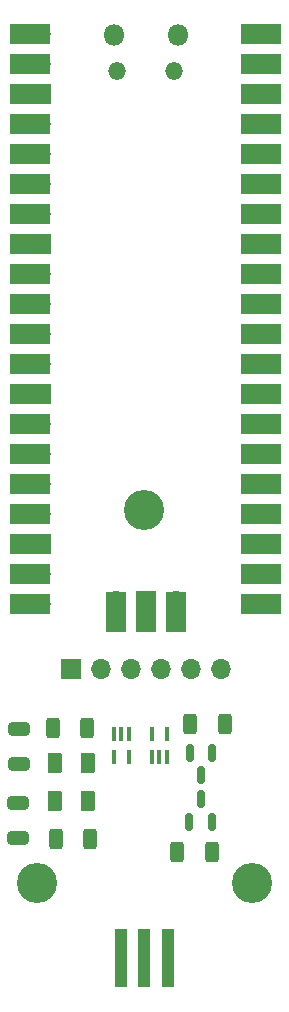
<source format=gbr>
%TF.GenerationSoftware,KiCad,Pcbnew,8.0.6-8.0.6-0~ubuntu22.04.1*%
%TF.CreationDate,2024-11-07T23:47:04-08:00*%
%TF.ProjectId,gbvideo_breakout,67627669-6465-46f5-9f62-7265616b6f75,rev?*%
%TF.SameCoordinates,Original*%
%TF.FileFunction,Soldermask,Top*%
%TF.FilePolarity,Negative*%
%FSLAX46Y46*%
G04 Gerber Fmt 4.6, Leading zero omitted, Abs format (unit mm)*
G04 Created by KiCad (PCBNEW 8.0.6-8.0.6-0~ubuntu22.04.1) date 2024-11-07 23:47:04*
%MOMM*%
%LPD*%
G01*
G04 APERTURE LIST*
G04 Aperture macros list*
%AMRoundRect*
0 Rectangle with rounded corners*
0 $1 Rounding radius*
0 $2 $3 $4 $5 $6 $7 $8 $9 X,Y pos of 4 corners*
0 Add a 4 corners polygon primitive as box body*
4,1,4,$2,$3,$4,$5,$6,$7,$8,$9,$2,$3,0*
0 Add four circle primitives for the rounded corners*
1,1,$1+$1,$2,$3*
1,1,$1+$1,$4,$5*
1,1,$1+$1,$6,$7*
1,1,$1+$1,$8,$9*
0 Add four rect primitives between the rounded corners*
20,1,$1+$1,$2,$3,$4,$5,0*
20,1,$1+$1,$4,$5,$6,$7,0*
20,1,$1+$1,$6,$7,$8,$9,0*
20,1,$1+$1,$8,$9,$2,$3,0*%
G04 Aperture macros list end*
%ADD10C,3.400000*%
%ADD11R,1.700000X3.500000*%
%ADD12O,1.700000X1.700000*%
%ADD13R,1.700000X1.700000*%
%ADD14R,3.500000X1.700000*%
%ADD15O,1.500000X1.500000*%
%ADD16O,1.800000X1.800000*%
%ADD17R,0.400000X1.200000*%
%ADD18RoundRect,0.150000X-0.150000X0.587500X-0.150000X-0.587500X0.150000X-0.587500X0.150000X0.587500X0*%
%ADD19RoundRect,0.250000X0.375000X0.625000X-0.375000X0.625000X-0.375000X-0.625000X0.375000X-0.625000X0*%
%ADD20RoundRect,0.250000X0.312500X0.625000X-0.312500X0.625000X-0.312500X-0.625000X0.312500X-0.625000X0*%
%ADD21RoundRect,0.250000X-0.650000X0.325000X-0.650000X-0.325000X0.650000X-0.325000X0.650000X0.325000X0*%
%ADD22RoundRect,0.250000X0.650000X-0.325000X0.650000X0.325000X-0.650000X0.325000X-0.650000X-0.325000X0*%
%ADD23RoundRect,0.250000X-0.312500X-0.625000X0.312500X-0.625000X0.312500X0.625000X-0.312500X0.625000X0*%
%ADD24R,1.000000X5.000000*%
%ADD25RoundRect,0.150000X0.150000X-0.587500X0.150000X0.587500X-0.150000X0.587500X-0.150000X-0.587500X0*%
G04 APERTURE END LIST*
D10*
%TO.C,*%
X145344000Y-87757000D03*
%TD*%
%TO.C,*%
X154450000Y-119350000D03*
%TD*%
%TO.C,REF\u002A\u002A*%
X136250000Y-119370000D03*
%TD*%
D11*
%TO.C,U3*%
X148005481Y-96351800D03*
D12*
X148005481Y-95451800D03*
D11*
X145465481Y-96351800D03*
D13*
X145465481Y-95451800D03*
D12*
X142925481Y-95451800D03*
D11*
X142925481Y-96351800D03*
D14*
X155255481Y-47421800D03*
D12*
X154355481Y-47421800D03*
X154355481Y-49961800D03*
D14*
X155255481Y-49961800D03*
D13*
X154355481Y-52501800D03*
D14*
X155255481Y-52501800D03*
D12*
X154355481Y-55041800D03*
D14*
X155255481Y-55041800D03*
X155255481Y-57581800D03*
D12*
X154355481Y-57581800D03*
X154355481Y-60121800D03*
D14*
X155255481Y-60121800D03*
D12*
X154355481Y-62661800D03*
D14*
X155255481Y-62661800D03*
D13*
X154355481Y-65201800D03*
D14*
X155255481Y-65201800D03*
X155255481Y-67741800D03*
D12*
X154355481Y-67741800D03*
D14*
X155255481Y-70281800D03*
D12*
X154355481Y-70281800D03*
X154355481Y-72821800D03*
D14*
X155255481Y-72821800D03*
X155255481Y-75361800D03*
D12*
X154355481Y-75361800D03*
D14*
X155255481Y-77901800D03*
D13*
X154355481Y-77901800D03*
D14*
X155255481Y-80441800D03*
D12*
X154355481Y-80441800D03*
X154355481Y-82981800D03*
D14*
X155255481Y-82981800D03*
D12*
X154355481Y-85521800D03*
D14*
X155255481Y-85521800D03*
X155255481Y-88061800D03*
D12*
X154355481Y-88061800D03*
D13*
X154355481Y-90601800D03*
D14*
X155255481Y-90601800D03*
D12*
X154355481Y-93141800D03*
D14*
X155255481Y-93141800D03*
D12*
X154355481Y-95681800D03*
D14*
X155255481Y-95681800D03*
D12*
X136575481Y-95681800D03*
D14*
X135675481Y-95681800D03*
X135675481Y-93141800D03*
D12*
X136575481Y-93141800D03*
D13*
X136575481Y-90601800D03*
D14*
X135675481Y-90601800D03*
D12*
X136575481Y-88061800D03*
D14*
X135675481Y-88061800D03*
D12*
X136575481Y-85521800D03*
D14*
X135675481Y-85521800D03*
X135675481Y-82981800D03*
D12*
X136575481Y-82981800D03*
X136575481Y-80441800D03*
D14*
X135675481Y-80441800D03*
X135675481Y-77901800D03*
D13*
X136575481Y-77901800D03*
D14*
X135675481Y-75361800D03*
D12*
X136575481Y-75361800D03*
X136575481Y-72821800D03*
D14*
X135675481Y-72821800D03*
X135675481Y-70281800D03*
D12*
X136575481Y-70281800D03*
X136575481Y-67741800D03*
D14*
X135675481Y-67741800D03*
X135675481Y-65201800D03*
D13*
X136575481Y-65201800D03*
D12*
X136575481Y-62661800D03*
D14*
X135675481Y-62661800D03*
X135675481Y-60121800D03*
D12*
X136575481Y-60121800D03*
D14*
X135675481Y-57581800D03*
D12*
X136575481Y-57581800D03*
D14*
X135675481Y-55041800D03*
D12*
X136575481Y-55041800D03*
D13*
X136575481Y-52501800D03*
D14*
X135675481Y-52501800D03*
X135675481Y-49961800D03*
D12*
X136575481Y-49961800D03*
D14*
X135675481Y-47421800D03*
D12*
X136575481Y-47421800D03*
D15*
X147890481Y-50581800D03*
X143040481Y-50581800D03*
D16*
X142740481Y-47551800D03*
X148190481Y-47551800D03*
%TD*%
D17*
%TO.C,U2*%
X145950000Y-106750000D03*
X147250000Y-106750000D03*
X147250000Y-108650000D03*
X146600000Y-108650000D03*
X145950000Y-108650000D03*
%TD*%
%TO.C,U1*%
X144050000Y-108650000D03*
X142750000Y-108650000D03*
X142750000Y-106750000D03*
X143400000Y-106750000D03*
X144050000Y-106750000D03*
%TD*%
D18*
%TO.C,Q1*%
X150120000Y-110170833D03*
X149170000Y-108295833D03*
X151070000Y-108295833D03*
%TD*%
D19*
%TO.C,LED_3V3*%
X140600000Y-112400000D03*
X137800000Y-112400000D03*
%TD*%
%TO.C,LED_5V1*%
X140600000Y-109200000D03*
X137800000Y-109200000D03*
%TD*%
D20*
%TO.C,R3*%
X140500000Y-106200000D03*
X137575000Y-106200000D03*
%TD*%
D21*
%TO.C,C1*%
X134690000Y-106309000D03*
X134690000Y-109259000D03*
%TD*%
D22*
%TO.C,C2*%
X134600000Y-115500000D03*
X134600000Y-112550000D03*
%TD*%
D13*
%TO.C,J1*%
X139121600Y-101198000D03*
D12*
X141661600Y-101198000D03*
X144201600Y-101198000D03*
X146741600Y-101198000D03*
X149281600Y-101198000D03*
X151821600Y-101198000D03*
%TD*%
D23*
%TO.C,R5*%
X151062500Y-116700000D03*
X148137500Y-116700000D03*
%TD*%
D20*
%TO.C,R1*%
X149237500Y-105900000D03*
X152162500Y-105900000D03*
%TD*%
D24*
%TO.C,GB1*%
X147344000Y-125712800D03*
X145344000Y-125712800D03*
X143344000Y-125712800D03*
%TD*%
D20*
%TO.C,R4*%
X140762500Y-115600000D03*
X137837500Y-115600000D03*
%TD*%
D25*
%TO.C,Q2*%
X150100000Y-112262500D03*
X151050000Y-114137500D03*
X149150000Y-114137500D03*
%TD*%
M02*

</source>
